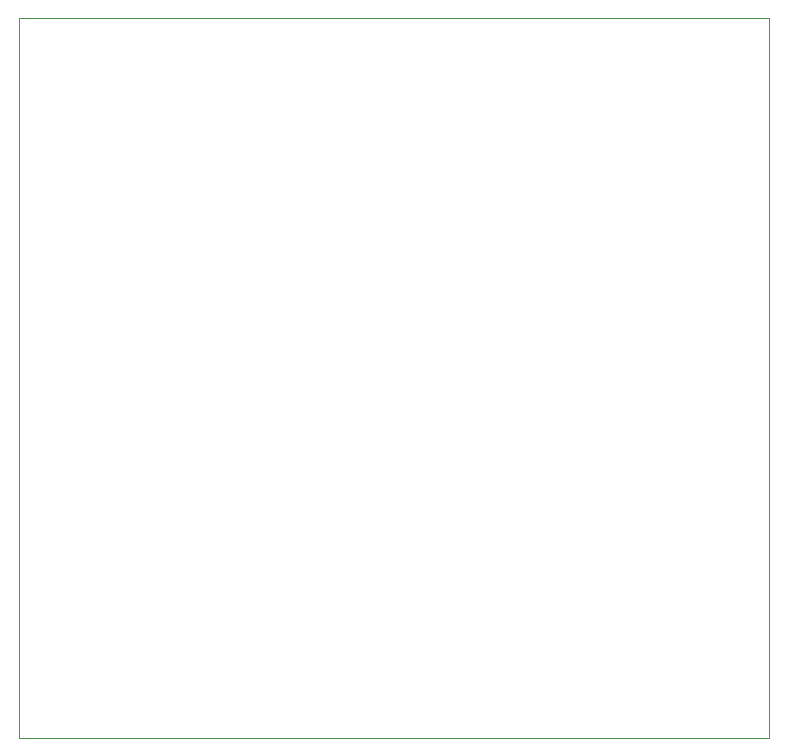
<source format=gm1>
G04*
G04 #@! TF.GenerationSoftware,Altium Limited,Altium Designer,20.2.6 (244)*
G04*
G04 Layer_Color=16711935*
%FSLAX25Y25*%
%MOIN*%
G70*
G04*
G04 #@! TF.SameCoordinates,DFA1C72D-2ED7-4C31-8EA1-ECB50900EFAB*
G04*
G04*
G04 #@! TF.FilePolarity,Positive*
G04*
G01*
G75*
%ADD51C,0.00100*%
D51*
X250050Y240000D02*
X250000Y240050D01*
X250050Y240000D02*
X250000Y240050D01*
Y-50D02*
X250050Y0D01*
X250000Y-50D02*
X250050Y0D01*
X0Y240050D02*
X-50Y240000D01*
X0Y240050D02*
X-50Y240000D01*
Y0D02*
X0Y-50D01*
X-50Y0D02*
X0Y-50D01*
X250050Y0D02*
Y240000D01*
X0Y240050D02*
X250000D01*
X0Y-50D02*
X250000D01*
X-50Y0D02*
Y240000D01*
M02*

</source>
